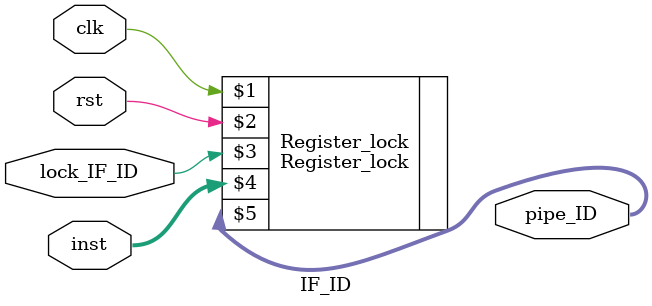
<source format=v>
module IF_ID #(
    parameter width = 32
)(
    input clk, rst, lock_IF_ID,
    input[31:0] inst,
    output[31:0] pipe_ID 
);
    Register_lock #(width) Register_lock(clk, rst, lock_IF_ID, inst, pipe_ID);
endmodule
</source>
